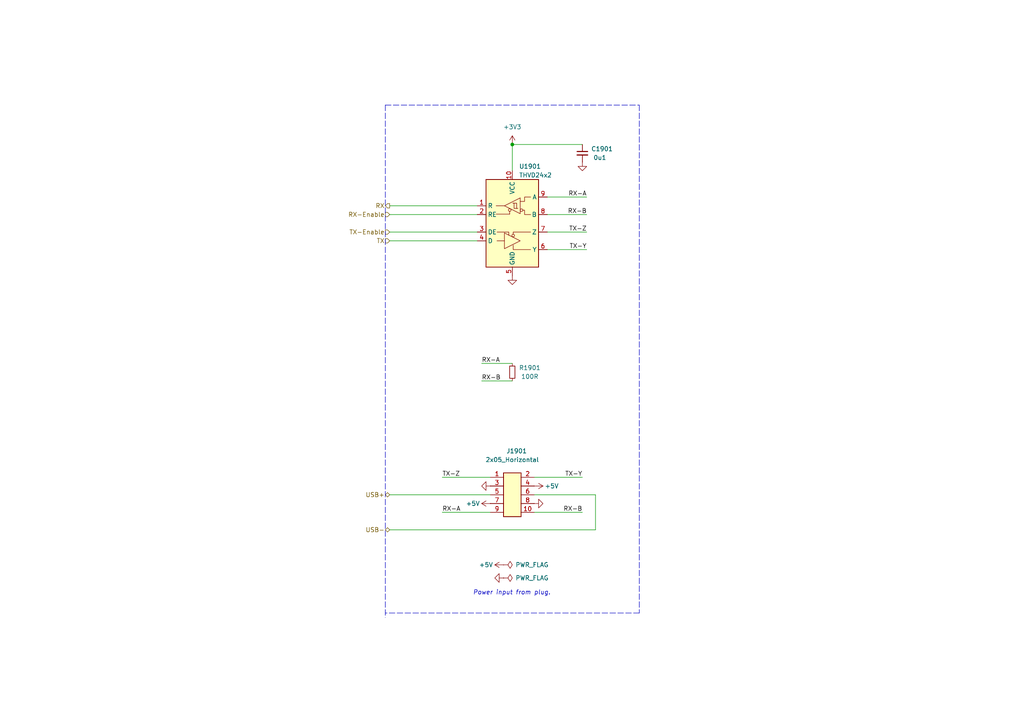
<source format=kicad_sch>
(kicad_sch (version 20250114) (generator "eeschema") (generator_version "9.0")
  (paper "A4")
  (title_block (title "V2 Link") (date "2025-10-27") (rev "4") (company "Plug"))
  (lib_symbols
    (symbol "Device:C_Small" (pin_numbers (hide yes)) (pin_names (offset 0.254) (hide yes))
      (property "Reference" "C" (at 0.254 1.778 0))
      (property "Value" "C_Small" (at 0.254 -2.032 0))
      (symbol "C_Small_0_1"
        (polyline (pts (xy -1.524 0.508) (xy 1.524 0.508)) (stroke (width 0.3048)))
        (polyline (pts (xy -1.524 -0.508) (xy 1.524 -0.508)) (stroke (width 0.3302)))
      )
      (symbol "C_Small_1_1"
        (pin passive line (at 0 2.54 270) (length 2.032) (name "~") (number "1"))
        (pin passive line (at 0 -2.54 90) (length 2.032) (name "~") (number "2"))
      )
    )
    (symbol "Device:R_Small" (pin_numbers (hide yes)) (pin_names (offset 0.254) (hide yes))
      (property "Reference" "R" (at 0 0 90))
      (property "Value" "R_Small" (at 1.778 0 90))
      (symbol "R_Small_0_1"
        (rectangle (start -0.762 1.778) (end 0.762 -1.778) (stroke (width 0.2032)))
      )
      (symbol "R_Small_1_1"
        (pin passive line (at 0 2.54 270) (length 0.762) (name "~") (number "1"))
        (pin passive line (at 0 -2.54 90) (length 0.762) (name "~") (number "2"))
      )
    )
    (symbol "V2_Connector_Header_1.27mm:2x05_Horizontal" (pin_names (hide yes))
      (property "Reference" "J" (at 0 12.7 0))
      (property "Value" "2x05_Horizontal" (at 1.27 10.16 0))
      (symbol "2x05_Horizontal_1_1"
        (rectangle (start -2.54 6.35) (end 2.54 -6.35) (stroke (width 0.254)) (fill (type background)))
        (pin passive line (at -6.35 5.08 0) (length 3.81) (name "Pin_1") (number "1"))
        (pin passive line (at -6.35 2.54 0) (length 3.81) (name "Pin_3") (number "3"))
        (pin passive line (at -6.35 0 0) (length 3.81) (name "Pin_5") (number "5"))
        (pin passive line (at -6.35 -2.54 0) (length 3.81) (name "Pin_7") (number "7"))
        (pin passive line (at -6.35 -5.08 0) (length 3.81) (name "Pin_9") (number "9"))
        (pin passive line (at 6.35 5.08 180) (length 3.81) (name "Pin_2") (number "2"))
        (pin passive line (at 6.35 2.54 180) (length 3.81) (name "Pin_4") (number "4"))
        (pin passive line (at 6.35 0 180) (length 3.81) (name "Pin_6") (number "6"))
        (pin passive line (at 6.35 -2.54 180) (length 3.81) (name "Pin_8") (number "8"))
        (pin passive line (at 6.35 -5.08 180) (length 3.81) (name "Pin_10") (number "10"))
      )
    )
    (symbol "V2_Interface_RS485:THVD24x2"
      (property "Reference" "U" (at 2.54 17.78 0))
      (property "Value" "THVD24x2" (at 2.54 15.24 0))
      (symbol "THVD24x2_0_1"
        (rectangle (start -7.62 12.7) (end 7.62 -12.7) (stroke (width 0.254)) (fill (type background)))
        (polyline (pts (xy -4.445 -5.08) (xy -2.286 -5.08)))
        (polyline (pts (xy -2.286 5.08) (xy -4.699 5.08)))
        (polyline (pts (xy -2.286 -2.794) (xy -2.286 -7.366) (xy 2.286 -5.08) (xy -2.286 -2.794)))
        (polyline (pts (xy -1.016 -3.429) (xy -1.016 -2.54) (xy -4.445 -2.54)))
        (polyline (pts (xy -0.762 3.429) (xy -0.762 2.667)))
        (polyline (pts (xy -0.762 2.667) (xy -4.699 2.667)))
        (circle (center -0.7445 3.8547) (radius 0.381))
        (circle (center 0.254 -3.556) (radius 0.381))
        (polyline (pts (xy 1.27 4.318) (xy 1.27 5.842) (xy 0.381 5.842)))
        (polyline (pts (xy 1.651 4.318) (xy 0.635 4.318) (xy 0.508 4.318) (xy 0.508 5.842) (xy 0.127 5.842)))
        (polyline (pts (xy 2.286 7.366) (xy 2.286 2.794) (xy -2.286 5.08) (xy 2.286 7.366)))
        (polyline (pts (xy 2.286 6.35) (xy 3.556 6.35) (xy 3.556 7.62) (xy 5.334 7.62)))
        (circle (center 2.667 3.81) (radius 0.381))
        (polyline (pts (xy 3.048 3.81) (xy 3.556 3.81) (xy 3.556 2.54) (xy 5.334 2.54)))
        (polyline (pts (xy 5.334 -2.54) (xy 0.254 -2.54) (xy 0.254 -3.175)))
        (polyline (pts (xy 5.334 -7.62) (xy 0.254 -7.62) (xy 0.254 -6.35)))
      )
      (symbol "THVD24x2_1_1"
        (pin output line (at -10.16 5.08 0) (length 2.54) (name "R") (number "1"))
        (pin input line (at -10.16 2.54 0) (length 2.54) (name "RE") (number "2"))
        (pin input line (at -10.16 -2.54 0) (length 2.54) (name "DE") (number "3"))
        (pin input line (at -10.16 -5.08 0) (length 2.54) (name "D") (number "4"))
        (pin power_in line (at 0 15.24 270) (length 2.54) (name "VCC") (number "10"))
        (pin passive line (at 0 -15.24 90) (length 2.54) (hide yes) (name "GND") (number "11"))
        (pin power_in line (at 0 -15.24 90) (length 2.54) (name "GND") (number "5"))
        (pin input line (at 10.16 7.62 180) (length 2.54) (name "A") (number "9"))
        (pin input line (at 10.16 2.54 180) (length 2.54) (name "B") (number "8"))
        (pin output line (at 10.16 -2.54 180) (length 2.54) (name "Z") (number "7"))
        (pin output line (at 10.16 -7.62 180) (length 2.54) (name "Y") (number "6"))
      )
    )
    (symbol "power:+3V3" (power) (pin_numbers (hide yes)) (pin_names (offset 0) (hide yes))
      (property "Value" "+3V3" (at 0 3.556 0))
      (symbol "+3V3_0_1"
        (polyline (pts (xy -0.762 1.27) (xy 0 2.54)))
        (polyline (pts (xy 0 2.54) (xy 0.762 1.27)))
        (polyline (pts (xy 0 0) (xy 0 2.54)))
      )
      (symbol "+3V3_1_1"
        (pin power_in line (at 0 0 90) (length 0) (name "~") (number "1"))
      )
    )
    (symbol "power:+5V" (power) (pin_numbers (hide yes)) (pin_names (offset 0) (hide yes))
      (property "Value" "+5V" (at 0 3.556 0))
      (symbol "+5V_0_1"
        (polyline (pts (xy -0.762 1.27) (xy 0 2.54)))
        (polyline (pts (xy 0 2.54) (xy 0.762 1.27)))
        (polyline (pts (xy 0 0) (xy 0 2.54)))
      )
      (symbol "+5V_1_1"
        (pin power_in line (at 0 0 90) (length 0) (name "~") (number "1"))
      )
    )
    (symbol "power:GND" (power) (pin_numbers (hide yes)) (pin_names (offset 0) (hide yes))
      (property "Value" "GND" (at 0 -3.81 0))
      (symbol "GND_0_1"
        (polyline (pts (xy 0 0) (xy 0 -1.27) (xy 1.27 -1.27) (xy 0 -2.54) (xy -1.27 -1.27) (xy 0 -1.27)))
      )
      (symbol "GND_1_1"
        (pin power_in line (at 0 0 270) (length 0) (name "~") (number "1"))
      )
    )
    (symbol "power:PWR_FLAG" (power) (pin_numbers (hide yes)) (pin_names (offset 0) (hide yes))
      (property "Value" "PWR_FLAG" (at 0 3.81 0))
      (symbol "PWR_FLAG_0_0"
        (pin power_out line (at 0 0 90) (length 0) (name "~") (number "1"))
      )
      (symbol "PWR_FLAG_0_1"
        (polyline (pts (xy 0 0) (xy 0 1.27) (xy -1.016 1.905) (xy 0 2.54) (xy 1.016 1.905) (xy 0 1.27)))
      )
    )
  )
  (text "Power input from plug." (at 137.16 172.72 0) (effects (font (size 1.27 1.27) (italic yes)) (justify left bottom)))
  (junction (at 148.59 41.91))
  (wire (pts (xy 148.59 105.41) (xy 139.7 105.41)))
  (wire (pts (xy 172.72 153.67) (xy 113.03 153.67)))
  (wire (pts (xy 158.75 67.31) (xy 170.18 67.31)))
  (wire (pts (xy 158.75 72.39) (xy 170.18 72.39)))
  (wire (pts (xy 113.03 143.51) (xy 142.24 143.51)))
  (wire (pts (xy 158.75 62.23) (xy 170.18 62.23)))
  (polyline (pts (xy 185.42 177.8) (xy 111.76 177.8)) (stroke (width 0) (type dash)))
  (wire (pts (xy 148.59 110.49) (xy 139.7 110.49)))
  (wire (pts (xy 142.24 138.43) (xy 128.27 138.43)))
  (wire (pts (xy 158.75 57.15) (xy 170.18 57.15)))
  (wire (pts (xy 148.59 41.91) (xy 148.59 49.53)))
  (wire (pts (xy 142.24 148.59) (xy 128.27 148.59)))
  (polyline (pts (xy 185.42 30.48) (xy 185.42 177.8)) (stroke (width 0) (type dash)))
  (wire (pts (xy 154.94 143.51) (xy 172.72 143.51)))
  (wire (pts (xy 113.03 69.85) (xy 138.43 69.85)))
  (wire (pts (xy 154.94 148.59) (xy 168.91 148.59)))
  (wire (pts (xy 148.59 41.91) (xy 168.91 41.91)))
  (wire (pts (xy 113.03 67.31) (xy 138.43 67.31)))
  (wire (pts (xy 113.03 62.23) (xy 138.43 62.23)))
  (polyline (pts (xy 111.76 30.48) (xy 111.76 179.07)) (stroke (width 0) (type dash)))
  (wire (pts (xy 154.94 138.43) (xy 168.91 138.43)))
  (wire (pts (xy 172.72 143.51) (xy 172.72 153.67)))
  (polyline (pts (xy 111.76 30.48) (xy 185.42 30.48)) (stroke (width 0) (type dash)))
  (wire (pts (xy 113.03 59.69) (xy 138.43 59.69)))
  (label "RX-B" (at 170.18 62.23 180))
  (label "RX-A" (at 139.7 105.41 0))
  (label "RX-A" (at 170.18 57.15 180))
  (label "TX-Y" (at 168.91 138.43 180))
  (label "TX-Z" (at 128.27 138.43 0))
  (label "RX-B" (at 139.7 110.49 0))
  (label "TX-Z" (at 170.18 67.31 180))
  (label "RX-B" (at 168.91 148.59 180))
  (label "TX-Y" (at 170.18 72.39 180))
  (label "RX-A" (at 128.27 148.59 0))
  (hierarchical_label "USB+" (shape bidirectional) (at 113.03 143.51 180))
  (hierarchical_label "TX-Enable" (shape input) (at 113.03 67.31 180))
  (hierarchical_label "USB-" (shape bidirectional) (at 113.03 153.67 180))
  (hierarchical_label "RX" (shape output) (at 113.03 59.69 180))
  (hierarchical_label "TX" (shape input) (at 113.03 69.85 180))
  (hierarchical_label "RX-Enable" (shape input) (at 113.03 62.23 180))
  (symbol (lib_id "power:GND") (at 168.91 46.99 0) (unit 1)
    (property "Reference" "#PWR01902" (effects (hide yes)))
    (property "Value" "GND" (effects (hide yes)))
    (property "Description" "Power symbol creates a global label with name \"GND\" , ground" (effects (hide yes)))
  )
  (symbol (lib_id "power:PWR_FLAG") (at 146.05 167.64 270) (unit 1)
    (property "Reference" "#FLG01902" (effects (hide yes)))
    (property "Value" "PWR_FLAG" (at 154.305 167.64 90))
    (property "Description" "Special symbol for telling ERC where power comes from" (effects (hide yes)))
  )
  (symbol (lib_id "power:PWR_FLAG") (at 146.05 163.83 270) (unit 1)
    (property "Reference" "#FLG01901" (effects (hide yes)))
    (property "Value" "PWR_FLAG" (at 154.305 163.83 90))
    (property "Description" "Special symbol for telling ERC where power comes from" (effects (hide yes)))
  )
  (symbol (lib_id "V2_Interface_RS485:THVD24x2") (at 148.59 64.77 0) (unit 1)
    (property "Reference" "U1901" (at 150.5459 48.26 0) (effects (justify left)))
    (property "Value" "THVD24x2" (at 150.5459 50.8 0) (effects (justify left)))
    (property "Footprint" "V2_Package_SON:VSON-10-4-1EP_3x3mm_P0.5mm_EP1.65x2.4mm_ThermalVias" (effects (hide yes)))
  )
  (symbol (lib_id "Device:R_Small") (at 148.59 107.95 0) (unit 1)
    (property "Reference" "R1901" (at 153.67 106.68 0))
    (property "Value" "100R" (at 153.67 109.22 0))
    (property "Footprint" "Resistor_SMD:R_0603_1608Metric" (effects (hide yes)))
    (property "Description" "Resistor, small symbol" (effects (hide yes)))
  )
  (symbol (lib_id "V2_Connector_Header_1.27mm:2x05_Horizontal") (at 148.59 143.51 0) (unit 1)
    (property "Reference" "J1901" (at 149.86 130.81 0))
    (property "Value" "2x05_Horizontal" (at 148.59 133.35 0))
    (property "Footprint" "V2_Connector_Header_1.27mm:PinHeader_2x05_P1.27mm_Horizontal" (effects (hide yes)))
    (property "Sim.Enable" "0" (effects (hide yes)))
  )
  (symbol (lib_id "power:+5V") (at 146.05 163.83 90) (unit 1)
    (property "Reference" "#PWR01908" (effects (hide yes)))
    (property "Value" "+5V" (at 140.97 163.83 90))
    (property "Description" "Power symbol creates a global label with name \"+5V\"" (effects (hide yes)))
  )
  (symbol (lib_id "power:GND") (at 142.24 140.97 270) (unit 1)
    (property "Reference" "#PWR01904" (effects (hide yes)))
    (property "Value" "GND" (effects (hide yes)))
    (property "Description" "Power symbol creates a global label with name \"GND\" , ground" (effects (hide yes)))
  )
  (symbol (lib_id "power:+5V") (at 142.24 146.05 90) (unit 1)
    (property "Reference" "#PWR01906" (effects (hide yes)))
    (property "Value" "+5V" (at 137.16 146.05 90))
    (property "Description" "Power symbol creates a global label with name \"+5V\"" (effects (hide yes)))
  )
  (symbol (lib_id "power:GND") (at 148.59 80.01 0) (unit 1)
    (property "Reference" "#PWR01903" (effects (hide yes)))
    (property "Value" "GND" (effects (hide yes)))
    (property "Description" "Power symbol creates a global label with name \"GND\" , ground" (effects (hide yes)))
  )
  (symbol (lib_id "power:+5V") (at 154.94 140.97 270) (unit 1)
    (property "Reference" "#PWR01905" (effects (hide yes)))
    (property "Value" "+5V" (at 160.02 140.97 90))
    (property "Description" "Power symbol creates a global label with name \"+5V\"" (effects (hide yes)))
  )
  (symbol (lib_id "power:+3V3") (at 148.59 41.91 0) (unit 1)
    (property "Reference" "#PWR01901" (effects (hide yes)))
    (property "Value" "+3V3" (at 148.59 36.83 0))
    (property "Description" "Power symbol creates a global label with name \"+3V3\"" (effects (hide yes)))
  )
  (symbol (lib_id "power:GND") (at 146.05 167.64 270) (unit 1)
    (property "Reference" "#PWR01909" (effects (hide yes)))
    (property "Value" "GND" (effects (hide yes)))
    (property "Description" "Power symbol creates a global label with name \"GND\" , ground" (effects (hide yes)))
  )
  (symbol (lib_id "power:GND") (at 154.94 146.05 90) (unit 1)
    (property "Reference" "#PWR01907" (effects (hide yes)))
    (property "Value" "GND" (effects (hide yes)))
    (property "Description" "Power symbol creates a global label with name \"GND\" , ground" (effects (hide yes)))
  )
  (symbol (lib_id "Device:C_Small") (at 168.91 44.45 0) (unit 1)
    (property "Reference" "C1901" (at 171.45 43.1862 0) (effects (justify left)))
    (property "Value" "0u1" (at 173.99 45.7262 0))
    (property "Footprint" "Capacitor_SMD:C_0603_1608Metric" (effects (hide yes)))
    (property "Description" "Unpolarized capacitor, small symbol" (effects (hide yes)))
  )
)
</source>
